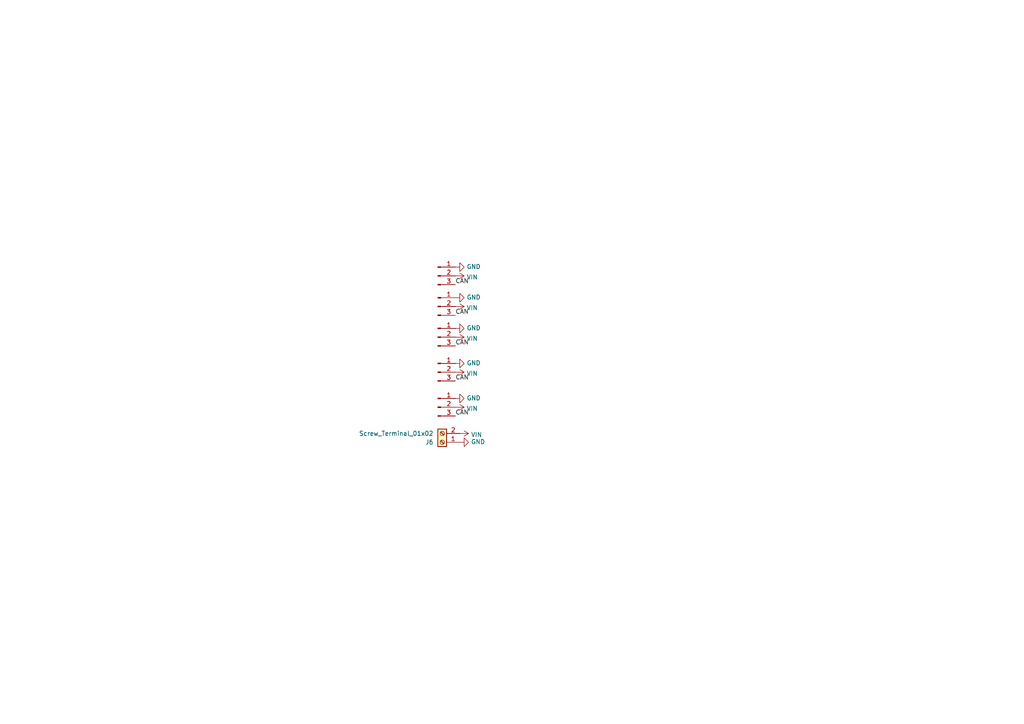
<source format=kicad_sch>
(kicad_sch (version 20250114) (generator "eeschema") (generator_version "9.0")
  (paper "A4")
  (lib_symbols
    (symbol "Connector:Conn_01x03_Pin" (pin_names (offset 1.016) (hide yes))
      (property "Reference" "J" (at 0 5.08 0))
      (property "Value" "Conn_01x03_Pin" (at 0 -5.08 0))
      (symbol "Conn_01x03_Pin_1_1"
        (rectangle (start 0.8636 2.667) (end 0 2.413) (stroke (width 0.1524)) (fill (type outline)))
        (rectangle (start 0.8636 0.127) (end 0 -0.127) (stroke (width 0.1524)) (fill (type outline)))
        (rectangle (start 0.8636 -2.413) (end 0 -2.667) (stroke (width 0.1524)) (fill (type outline)))
        (polyline (pts (xy 1.27 2.54) (xy 0.8636 2.54)) (stroke (width 0.1524)))
        (polyline (pts (xy 1.27 0) (xy 0.8636 0)) (stroke (width 0.1524)))
        (polyline (pts (xy 1.27 -2.54) (xy 0.8636 -2.54)) (stroke (width 0.1524)))
        (pin passive line (at 5.08 2.54 180) (length 3.81) (name "Pin_1") (number "1"))
        (pin passive line (at 5.08 0 180) (length 3.81) (name "Pin_2") (number "2"))
        (pin passive line (at 5.08 -2.54 180) (length 3.81) (name "Pin_3") (number "3"))
      )
    )
    (symbol "Connector:Screw_Terminal_01x02" (pin_names (offset 1.016) (hide yes))
      (property "Reference" "J" (at 0 2.54 0))
      (property "Value" "Screw_Terminal_01x02" (at 0 -5.08 0))
      (symbol "Screw_Terminal_01x02_1_1"
        (rectangle (start -1.27 1.27) (end 1.27 -3.81) (stroke (width 0.254)) (fill (type background)))
        (polyline (pts (xy -0.5334 0.3302) (xy 0.3302 -0.508)) (stroke (width 0.1524)))
        (polyline (pts (xy -0.5334 -2.2098) (xy 0.3302 -3.048)) (stroke (width 0.1524)))
        (polyline (pts (xy -0.3556 0.508) (xy 0.508 -0.3302)) (stroke (width 0.1524)))
        (polyline (pts (xy -0.3556 -2.032) (xy 0.508 -2.8702)) (stroke (width 0.1524)))
        (circle (center 0 0) (radius 0.635) (stroke (width 0.1524)))
        (circle (center 0 -2.54) (radius 0.635) (stroke (width 0.1524)))
        (pin passive line (at -5.08 0 0) (length 3.81) (name "Pin_1") (number "1"))
        (pin passive line (at -5.08 -2.54 0) (length 3.81) (name "Pin_2") (number "2"))
      )
    )
    (symbol "power:+12V" (power) (pin_numbers (hide yes)) (pin_names (offset 0) (hide yes))
      (property "Value" "+12V" (at 0 3.556 0))
      (symbol "+12V_0_1"
        (polyline (pts (xy -0.762 1.27) (xy 0 2.54)))
        (polyline (pts (xy 0 2.54) (xy 0.762 1.27)))
        (polyline (pts (xy 0 0) (xy 0 2.54)))
      )
      (symbol "+12V_1_1"
        (pin power_in line (at 0 0 90) (length 0) (name "~") (number "1"))
      )
    )
    (symbol "power:GND" (power) (pin_numbers (hide yes)) (pin_names (offset 0) (hide yes))
      (property "Value" "GND" (at 0 -3.81 0))
      (symbol "GND_0_1"
        (polyline (pts (xy 0 0) (xy 0 -1.27) (xy 1.27 -1.27) (xy 0 -2.54) (xy -1.27 -1.27) (xy 0 -1.27)))
      )
      (symbol "GND_1_1"
        (pin power_in line (at 0 0 270) (length 0) (name "~") (number "1"))
      )
    )
  )
  (label "CAN" (at 132.08 120.65 0))
  (label "CAN" (at 132.08 82.55 0))
  (label "CAN" (at 132.08 110.49 0))
  (label "CAN" (at 132.08 100.33 0))
  (label "CAN" (at 132.08 91.44 0))
  (symbol (lib_id "power:GND") (at 132.08 95.25 90) (unit 1)
    (property "Reference" "#PWR0133" (effects (hide yes)))
    (property "Value" "GND" (at 135.3312 95.123 90) (effects (justify right)))
  )
  (symbol (lib_id "power:+12V") (at 132.08 107.95 270) (unit 1)
    (property "Reference" "#PWR0142" (effects (hide yes)))
    (property "Value" "VIN" (at 135.3312 108.331 90) (effects (justify left)))
  )
  (symbol (lib_id "power:+12V") (at 133.35 125.73 270) (unit 1)
    (property "Reference" "#PWR0143" (effects (hide yes)))
    (property "Value" "VIN" (at 136.6012 126.111 90) (effects (justify left)))
  )
  (symbol (lib_id "power:+12V") (at 132.08 97.79 270) (unit 1)
    (property "Reference" "#PWR0140" (effects (hide yes)))
    (property "Value" "VIN" (at 135.3312 98.171 90) (effects (justify left)))
  )
  (symbol (lib_id "Connector:Conn_01x03_Pin") (at 127 80.01 0) (unit 1)
    (property "Reference" "J2" (effects (hide yes)))
    (property "Value" "Conn_01x03_Pin" (effects (hide yes)))
    (property "Footprint" "Connector_Molex:Molex_SPOX_5267-03A_1x03_P2.50mm_Vertical" (effects (hide yes)))
    (property "Description" "Generic connector, single row, 01x03, script generated" (effects (hide yes)))
  )
  (symbol (lib_id "Connector:Conn_01x03_Pin") (at 127 97.79 0) (unit 1)
    (property "Reference" "J1" (effects (hide yes)))
    (property "Value" "Conn_01x03_Pin" (effects (hide yes)))
    (property "Footprint" "Connector_Molex:Molex_SPOX_5267-03A_1x03_P2.50mm_Vertical" (effects (hide yes)))
    (property "Description" "Generic connector, single row, 01x03, script generated" (effects (hide yes)))
  )
  (symbol (lib_id "power:GND") (at 132.08 86.36 90) (unit 1)
    (property "Reference" "#PWR0139" (effects (hide yes)))
    (property "Value" "GND" (at 135.3312 86.233 90) (effects (justify right)))
  )
  (symbol (lib_id "power:GND") (at 133.35 128.27 90) (unit 1)
    (property "Reference" "#PWR0144" (effects (hide yes)))
    (property "Value" "GND" (at 136.6012 128.143 90) (effects (justify right)))
  )
  (symbol (lib_id "power:GND") (at 132.08 105.41 90) (unit 1)
    (property "Reference" "#PWR0137" (effects (hide yes)))
    (property "Value" "GND" (at 135.3312 105.283 90) (effects (justify right)))
  )
  (symbol (lib_id "Connector:Screw_Terminal_01x02") (at 128.27 128.27 180) (unit 1)
    (property "Reference" "J6" (at 125.73 128.2701 0) (effects (justify left)))
    (property "Value" "Screw_Terminal_01x02" (at 125.73 125.7301 0) (effects (justify left)))
    (property "Footprint" "TerminalBlock:TerminalBlock_bornier-2_P5.08mm" (effects (hide yes)))
    (property "Description" "Generic screw terminal, single row, 01x02, script generated (kicad-library-utils/schlib/autogen/connector/)" (effects (hide yes)))
  )
  (symbol (lib_id "power:GND") (at 132.08 77.47 90) (unit 1)
    (property "Reference" "#PWR0135" (effects (hide yes)))
    (property "Value" "GND" (at 135.3312 77.343 90) (effects (justify right)))
  )
  (symbol (lib_id "power:+12V") (at 132.08 80.01 270) (unit 1)
    (property "Reference" "#PWR0136" (effects (hide yes)))
    (property "Value" "VIN" (at 135.3312 80.391 90) (effects (justify left)))
  )
  (symbol (lib_id "power:GND") (at 132.08 115.57 90) (unit 1)
    (property "Reference" "#PWR0141" (effects (hide yes)))
    (property "Value" "GND" (at 135.3312 115.443 90) (effects (justify right)))
  )
  (symbol (lib_id "Connector:Conn_01x03_Pin") (at 127 107.95 0) (unit 1)
    (property "Reference" "J3" (effects (hide yes)))
    (property "Value" "Conn_01x03_Pin" (effects (hide yes)))
    (property "Footprint" "Connector_Molex:Molex_SPOX_5267-03A_1x03_P2.50mm_Vertical" (effects (hide yes)))
    (property "Description" "Generic connector, single row, 01x03, script generated" (effects (hide yes)))
  )
  (symbol (lib_id "power:+12V") (at 132.08 118.11 270) (unit 1)
    (property "Reference" "#PWR0145" (effects (hide yes)))
    (property "Value" "VIN" (at 135.3312 118.491 90) (effects (justify left)))
  )
  (symbol (lib_id "Connector:Conn_01x03_Pin") (at 127 88.9 0) (unit 1)
    (property "Reference" "J4" (effects (hide yes)))
    (property "Value" "Conn_01x03_Pin" (effects (hide yes)))
    (property "Footprint" "Connector_Molex:Molex_SPOX_5267-03A_1x03_P2.50mm_Vertical" (effects (hide yes)))
    (property "Description" "Generic connector, single row, 01x03, script generated" (effects (hide yes)))
  )
  (symbol (lib_id "Connector:Conn_01x03_Pin") (at 127 118.11 0) (unit 1)
    (property "Reference" "J5" (effects (hide yes)))
    (property "Value" "Conn_01x03_Pin" (effects (hide yes)))
    (property "Footprint" "Connector_Molex:Molex_SPOX_5267-03A_1x03_P2.50mm_Vertical" (effects (hide yes)))
    (property "Description" "Generic connector, single row, 01x03, script generated" (effects (hide yes)))
  )
  (symbol (lib_id "power:+12V") (at 132.08 88.9 270) (unit 1)
    (property "Reference" "#PWR0138" (effects (hide yes)))
    (property "Value" "VIN" (at 135.3312 89.281 90) (effects (justify left)))
  )
)
</source>
